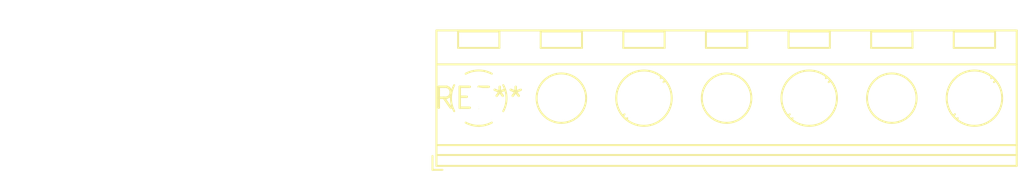
<source format=kicad_pcb>
(kicad_pcb (version 20240108) (generator pcbnew)
  (layers (0 "F.Cu" signal) (31 "B.Cu" signal) (34 "B.Paste" user) (35 "F.Paste" user) (36 "B.SilkS" user "B.Silkscreen") (37 "F.SilkS" user "F.Silkscreen") (38 "B.Mask" user) (39 "F.Mask" user) (44 "Edge.Cuts" user))
  (net 0 "")
  (footprint "TerminalBlock_RND_205-00300_1x04_P10.00mm_Horizontal" (layer "F.Cu") (at 0 0)
    (property "Reference" "REF**")
    (property "Value" "TerminalBlock_RND_205-00300_1x04_P10.00mm_Horizontal")
    (fp_line (start -2.8 3.51) (end -2.8 4.35) (layer "F.SilkS") (stroke (width 0.12)))
    (fp_line (start -2.8 4.35) (end -2.2 4.35) (layer "F.SilkS") (stroke (width 0.12)))
    (fp_line (start -2.56 -4.11) (end -2.56 4.11) (layer "F.SilkS") (stroke (width 0.12)))
    (fp_line (start -2.56 -4.11) (end 32.56 -4.11) (layer "F.SilkS") (stroke (width 0.12)))
    (fp_line (start -2.56 -2.05) (end 32.56 -2.05) (layer "F.SilkS") (stroke (width 0.12)))
    (fp_line (start -2.56 2.85) (end 32.56 2.85) (layer "F.SilkS") (stroke (width 0.12)))
    (fp_line (start -2.56 3.45) (end 32.56 3.45) (layer "F.SilkS") (stroke (width 0.12)))
    (fp_line (start -2.56 4.11) (end 32.56 4.11) (layer "F.SilkS") (stroke (width 0.12)))
    (fp_line (start -1.25 -4.05) (end -1.25 -3.05) (layer "F.SilkS") (stroke (width 0.12)))
    (fp_line (start -1.25 -4.05) (end 1.25 -4.05) (layer "F.SilkS") (stroke (width 0.12)))
    (fp_line (start -1.25 -3.05) (end 1.25 -3.05) (layer "F.SilkS") (stroke (width 0.12)))
    (fp_line (start 1.25 -4.05) (end 1.25 -3.05) (layer "F.SilkS") (stroke (width 0.12)))
    (fp_line (start 3.75 -4.05) (end 3.75 -3.05) (layer "F.SilkS") (stroke (width 0.12)))
    (fp_line (start 3.75 -4.05) (end 6.25 -4.05) (layer "F.SilkS") (stroke (width 0.12)))
    (fp_line (start 3.75 -3.05) (end 6.25 -3.05) (layer "F.SilkS") (stroke (width 0.12)))
    (fp_line (start 6.25 -4.05) (end 6.25 -3.05) (layer "F.SilkS") (stroke (width 0.12)))
    (fp_line (start 8.75 -4.05) (end 8.75 -3.05) (layer "F.SilkS") (stroke (width 0.12)))
    (fp_line (start 8.75 -4.05) (end 11.25 -4.05) (layer "F.SilkS") (stroke (width 0.12)))
    (fp_line (start 8.75 -3.05) (end 11.25 -3.05) (layer "F.SilkS") (stroke (width 0.12)))
    (fp_line (start 8.82 0.976) (end 8.726 1.069) (layer "F.SilkS") (stroke (width 0.12)))
    (fp_line (start 8.99 1.216) (end 8.931 1.274) (layer "F.SilkS") (stroke (width 0.12)))
    (fp_line (start 11.07 -1.275) (end 11.011 -1.216) (layer "F.SilkS") (stroke (width 0.12)))
    (fp_line (start 11.25 -4.05) (end 11.25 -3.05) (layer "F.SilkS") (stroke (width 0.12)))
    (fp_line (start 11.275 -1.069) (end 11.181 -0.976) (layer "F.SilkS") (stroke (width 0.12)))
    (fp_line (start 13.75 -4.05) (end 13.75 -3.05) (layer "F.SilkS") (stroke (width 0.12)))
    (fp_line (start 13.75 -4.05) (end 16.25 -4.05) (layer "F.SilkS") (stroke (width 0.12)))
    (fp_line (start 13.75 -3.05) (end 16.25 -3.05) (layer "F.SilkS") (stroke (width 0.12)))
    (fp_line (start 16.25 -4.05) (end 16.25 -3.05) (layer "F.SilkS") (stroke (width 0.12)))
    (fp_line (start 18.75 -4.05) (end 18.75 -3.05) (layer "F.SilkS") (stroke (width 0.12)))
    (fp_line (start 18.75 -4.05) (end 21.25 -4.05) (layer "F.SilkS") (stroke (width 0.12)))
    (fp_line (start 18.75 -3.05) (end 21.25 -3.05) (layer "F.SilkS") (stroke (width 0.12)))
    (fp_line (start 18.82 0.976) (end 18.726 1.069) (layer "F.SilkS") (stroke (width 0.12)))
    (fp_line (start 18.99 1.216) (end 18.931 1.274) (layer "F.SilkS") (stroke (width 0.12)))
    (fp_line (start 21.07 -1.275) (end 21.011 -1.216) (layer "F.SilkS") (stroke (width 0.12)))
    (fp_line (start 21.25 -4.05) (end 21.25 -3.05) (layer "F.SilkS") (stroke (width 0.12)))
    (fp_line (start 21.275 -1.069) (end 21.181 -0.976) (layer "F.SilkS") (stroke (width 0.12)))
    (fp_line (start 23.75 -4.05) (end 23.75 -3.05) (layer "F.SilkS") (stroke (width 0.12)))
    (fp_line (start 23.75 -4.05) (end 26.25 -4.05) (layer "F.SilkS") (stroke (width 0.12)))
    (fp_line (start 23.75 -3.05) (end 26.25 -3.05) (layer "F.SilkS") (stroke (width 0.12)))
    (fp_line (start 26.25 -4.05) (end 26.25 -3.05) (layer "F.SilkS") (stroke (width 0.12)))
    (fp_line (start 28.75 -4.05) (end 28.75 -3.05) (layer "F.SilkS") (stroke (width 0.12)))
    (fp_line (start 28.75 -4.05) (end 31.25 -4.05) (layer "F.SilkS") (stroke (width 0.12)))
    (fp_line (start 28.75 -3.05) (end 31.25 -3.05) (layer "F.SilkS") (stroke (width 0.12)))
    (fp_line (start 28.82 0.976) (end 28.726 1.069) (layer "F.SilkS") (stroke (width 0.12)))
    (fp_line (start 28.99 1.216) (end 28.931 1.274) (layer "F.SilkS") (stroke (width 0.12)))
    (fp_line (start 31.07 -1.275) (end 31.011 -1.216) (layer "F.SilkS") (stroke (width 0.12)))
    (fp_line (start 31.25 -4.05) (end 31.25 -3.05) (layer "F.SilkS") (stroke (width 0.12)))
    (fp_line (start 31.275 -1.069) (end 31.181 -0.976) (layer "F.SilkS") (stroke (width 0.12)))
    (fp_line (start 32.56 -4.11) (end 32.56 4.11) (layer "F.SilkS") (stroke (width 0.12)))
    (fp_arc (start -1.483953 0.789089) (mid -1.680708 5e-05) (end -1.484 -0.789) (layer "F.SilkS") (stroke (width 0.12)))
    (fp_arc (start -0.789089 -1.483953) (mid -5e-05 -1.680708) (end 0.789 -1.484) (layer "F.SilkS") (stroke (width 0.12)))
    (fp_arc (start 0.029383 1.68045) (mid -0.392304 1.634281) (end -0.789 1.484) (layer "F.SilkS") (stroke (width 0.12)))
    (fp_arc (start 0.788712 1.483352) (mid 0.406429 1.630097) (end 0 1.68) (layer "F.SilkS") (stroke (width 0.12)))
    (fp_arc (start 1.483953 -0.789089) (mid 1.680708 -5e-05) (end 1.484 0.789) (layer "F.SilkS") (stroke (width 0.12)))
    (fp_circle (center 5 0) (end 6.5 0) (layer "F.SilkS") (stroke (width 0.12)) (fill none))
    (fp_circle (center 10 0) (end 11.68 0) (layer "F.SilkS") (stroke (width 0.12)) (fill none))
    (fp_circle (center 15 0) (end 16.5 0) (layer "F.SilkS") (stroke (width 0.12)) (fill none))
    (fp_circle (center 20 0) (end 21.68 0) (layer "F.SilkS") (stroke (width 0.12)) (fill none))
    (fp_circle (center 25 0) (end 26.5 0) (layer "F.SilkS") (stroke (width 0.12)) (fill none))
    (fp_circle (center 30 0) (end 31.68 0) (layer "F.SilkS") (stroke (width 0.12)) (fill none))
    (pad "1" thru_hole rect (at 0 0) (size 2.5 2.5) (drill 1.3) (layers *.Cu *.Mask) (remove_unused_layers))
    (pad "2" thru_hole circle (at 10 0) (size 2.5 2.5) (drill 1.3) (layers *.Cu *.Mask) (remove_unused_layers))
    (pad "3" thru_hole circle (at 20 0) (size 2.5 2.5) (drill 1.3) (layers *.Cu *.Mask) (remove_unused_layers))
    (pad "4" thru_hole circle (at 30 0) (size 2.5 2.5) (drill 1.3) (layers *.Cu *.Mask) (remove_unused_layers))
  )
)
</source>
